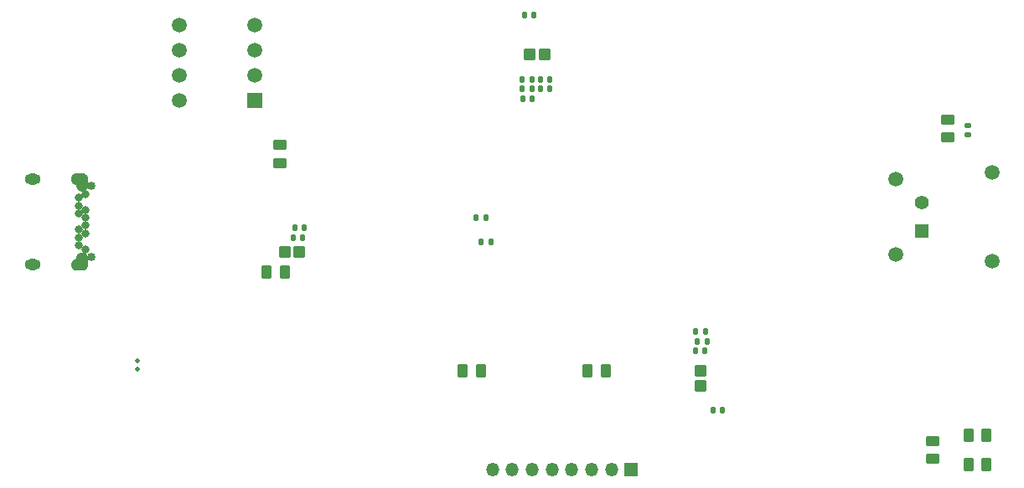
<source format=gbr>
%TF.GenerationSoftware,KiCad,Pcbnew,8.0.2*%
%TF.CreationDate,2025-01-31T23:59:10-08:00*%
%TF.ProjectId,design_revb_2chip,64657369-676e-45f7-9265-76625f326368,rev?*%
%TF.SameCoordinates,Original*%
%TF.FileFunction,Soldermask,Bot*%
%TF.FilePolarity,Negative*%
%FSLAX46Y46*%
G04 Gerber Fmt 4.6, Leading zero omitted, Abs format (unit mm)*
G04 Created by KiCad (PCBNEW 8.0.2) date 2025-01-31 23:59:10*
%MOMM*%
%LPD*%
G01*
G04 APERTURE LIST*
G04 Aperture macros list*
%AMRoundRect*
0 Rectangle with rounded corners*
0 $1 Rounding radius*
0 $2 $3 $4 $5 $6 $7 $8 $9 X,Y pos of 4 corners*
0 Add a 4 corners polygon primitive as box body*
4,1,4,$2,$3,$4,$5,$6,$7,$8,$9,$2,$3,0*
0 Add four circle primitives for the rounded corners*
1,1,$1+$1,$2,$3*
1,1,$1+$1,$4,$5*
1,1,$1+$1,$6,$7*
1,1,$1+$1,$8,$9*
0 Add four rect primitives between the rounded corners*
20,1,$1+$1,$2,$3,$4,$5,0*
20,1,$1+$1,$4,$5,$6,$7,0*
20,1,$1+$1,$6,$7,$8,$9,0*
20,1,$1+$1,$8,$9,$2,$3,0*%
G04 Aperture macros list end*
%ADD10C,0.010000*%
%ADD11RoundRect,0.140000X-0.140000X-0.170000X0.140000X-0.170000X0.140000X0.170000X-0.140000X0.170000X0*%
%ADD12RoundRect,0.140000X0.140000X0.170000X-0.140000X0.170000X-0.140000X-0.170000X0.140000X-0.170000X0*%
%ADD13C,0.499999*%
%ADD14C,0.850000*%
%ADD15C,0.804000*%
%ADD16O,1.604000X1.104000*%
%ADD17R,1.350000X1.350000*%
%ADD18O,1.350000X1.350000*%
%ADD19R,1.498600X1.498600*%
%ADD20C,1.498600*%
%ADD21RoundRect,0.102000X0.500000X0.485000X-0.500000X0.485000X-0.500000X-0.485000X0.500000X-0.485000X0*%
%ADD22RoundRect,0.250000X-0.262500X-0.450000X0.262500X-0.450000X0.262500X0.450000X-0.262500X0.450000X0*%
%ADD23RoundRect,0.250000X-0.450000X0.262500X-0.450000X-0.262500X0.450000X-0.262500X0.450000X0.262500X0*%
%ADD24RoundRect,0.250000X0.450000X-0.262500X0.450000X0.262500X-0.450000X0.262500X-0.450000X-0.262500X0*%
%ADD25RoundRect,0.140000X0.170000X-0.140000X0.170000X0.140000X-0.170000X0.140000X-0.170000X-0.140000X0*%
%ADD26RoundRect,0.102000X0.485000X-0.500000X0.485000X0.500000X-0.485000X0.500000X-0.485000X-0.500000X0*%
%ADD27RoundRect,0.250000X0.262500X0.450000X-0.262500X0.450000X-0.262500X-0.450000X0.262500X-0.450000X0*%
%ADD28R,1.400000X1.400000*%
%ADD29C,1.400000*%
%ADD30C,1.500000*%
G04 APERTURE END LIST*
D10*
%TO.C,J4*%
X159529000Y-69021000D02*
X159557000Y-69023000D01*
X159586000Y-69027000D01*
X159614000Y-69032000D01*
X159642000Y-69039000D01*
X159670000Y-69047000D01*
X159697000Y-69057000D01*
X159724000Y-69068000D01*
X159750000Y-69080000D01*
X159775000Y-69094000D01*
X159800000Y-69109000D01*
X159823000Y-69125000D01*
X159846000Y-69143000D01*
X159868000Y-69161000D01*
X159889000Y-69181000D01*
X159909000Y-69202000D01*
X159927000Y-69224000D01*
X159945000Y-69247000D01*
X159961000Y-69270000D01*
X159976000Y-69295000D01*
X159990000Y-69320000D01*
X160002000Y-69346000D01*
X160013000Y-69373000D01*
X160023000Y-69400000D01*
X160031000Y-69428000D01*
X160038000Y-69456000D01*
X160043000Y-69484000D01*
X160047000Y-69513000D01*
X160049000Y-69541000D01*
X160050000Y-69570000D01*
X160050000Y-70220000D01*
X160047000Y-70277000D01*
X160038000Y-70334000D01*
X160023000Y-70390000D01*
X160002000Y-70444000D01*
X159976000Y-70495000D01*
X159945000Y-70543000D01*
X159909000Y-70588000D01*
X159868000Y-70629000D01*
X159823000Y-70665000D01*
X159775000Y-70696000D01*
X159724000Y-70722000D01*
X159670000Y-70743000D01*
X159614000Y-70758000D01*
X159557000Y-70767000D01*
X159500000Y-70770000D01*
X159443000Y-70767000D01*
X159386000Y-70758000D01*
X159330000Y-70743000D01*
X159276000Y-70722000D01*
X159225000Y-70696000D01*
X159177000Y-70665000D01*
X159132000Y-70629000D01*
X159091000Y-70588000D01*
X159055000Y-70543000D01*
X159024000Y-70495000D01*
X158998000Y-70444000D01*
X158977000Y-70390000D01*
X158962000Y-70334000D01*
X158953000Y-70277000D01*
X158950000Y-70220000D01*
X158950000Y-70120000D01*
X158889000Y-70114000D01*
X158833000Y-70102000D01*
X158778000Y-70084000D01*
X158725000Y-70061000D01*
X158675000Y-70032000D01*
X158629000Y-69998000D01*
X158586000Y-69959000D01*
X158547000Y-69916000D01*
X158513000Y-69870000D01*
X158484000Y-69820000D01*
X158461000Y-69767000D01*
X158443000Y-69712000D01*
X158431000Y-69656000D01*
X158425000Y-69599000D01*
X158425000Y-69541000D01*
X158431000Y-69484000D01*
X158443000Y-69428000D01*
X158461000Y-69373000D01*
X158484000Y-69320000D01*
X158513000Y-69270000D01*
X158547000Y-69224000D01*
X158586000Y-69181000D01*
X158629000Y-69142000D01*
X158675000Y-69108000D01*
X158725000Y-69079000D01*
X158778000Y-69056000D01*
X158833000Y-69038000D01*
X158889000Y-69026000D01*
X158946000Y-69020000D01*
X159000000Y-69020000D01*
X159500000Y-69020000D01*
X159529000Y-69021000D01*
G36*
X159529000Y-69021000D02*
G01*
X159557000Y-69023000D01*
X159586000Y-69027000D01*
X159614000Y-69032000D01*
X159642000Y-69039000D01*
X159670000Y-69047000D01*
X159697000Y-69057000D01*
X159724000Y-69068000D01*
X159750000Y-69080000D01*
X159775000Y-69094000D01*
X159800000Y-69109000D01*
X159823000Y-69125000D01*
X159846000Y-69143000D01*
X159868000Y-69161000D01*
X159889000Y-69181000D01*
X159909000Y-69202000D01*
X159927000Y-69224000D01*
X159945000Y-69247000D01*
X159961000Y-69270000D01*
X159976000Y-69295000D01*
X159990000Y-69320000D01*
X160002000Y-69346000D01*
X160013000Y-69373000D01*
X160023000Y-69400000D01*
X160031000Y-69428000D01*
X160038000Y-69456000D01*
X160043000Y-69484000D01*
X160047000Y-69513000D01*
X160049000Y-69541000D01*
X160050000Y-69570000D01*
X160050000Y-70220000D01*
X160047000Y-70277000D01*
X160038000Y-70334000D01*
X160023000Y-70390000D01*
X160002000Y-70444000D01*
X159976000Y-70495000D01*
X159945000Y-70543000D01*
X159909000Y-70588000D01*
X159868000Y-70629000D01*
X159823000Y-70665000D01*
X159775000Y-70696000D01*
X159724000Y-70722000D01*
X159670000Y-70743000D01*
X159614000Y-70758000D01*
X159557000Y-70767000D01*
X159500000Y-70770000D01*
X159443000Y-70767000D01*
X159386000Y-70758000D01*
X159330000Y-70743000D01*
X159276000Y-70722000D01*
X159225000Y-70696000D01*
X159177000Y-70665000D01*
X159132000Y-70629000D01*
X159091000Y-70588000D01*
X159055000Y-70543000D01*
X159024000Y-70495000D01*
X158998000Y-70444000D01*
X158977000Y-70390000D01*
X158962000Y-70334000D01*
X158953000Y-70277000D01*
X158950000Y-70220000D01*
X158950000Y-70120000D01*
X158889000Y-70114000D01*
X158833000Y-70102000D01*
X158778000Y-70084000D01*
X158725000Y-70061000D01*
X158675000Y-70032000D01*
X158629000Y-69998000D01*
X158586000Y-69959000D01*
X158547000Y-69916000D01*
X158513000Y-69870000D01*
X158484000Y-69820000D01*
X158461000Y-69767000D01*
X158443000Y-69712000D01*
X158431000Y-69656000D01*
X158425000Y-69599000D01*
X158425000Y-69541000D01*
X158431000Y-69484000D01*
X158443000Y-69428000D01*
X158461000Y-69373000D01*
X158484000Y-69320000D01*
X158513000Y-69270000D01*
X158547000Y-69224000D01*
X158586000Y-69181000D01*
X158629000Y-69142000D01*
X158675000Y-69108000D01*
X158725000Y-69079000D01*
X158778000Y-69056000D01*
X158833000Y-69038000D01*
X158889000Y-69026000D01*
X158946000Y-69020000D01*
X159000000Y-69020000D01*
X159500000Y-69020000D01*
X159529000Y-69021000D01*
G37*
X159557000Y-77033000D02*
X159614000Y-77042000D01*
X159670000Y-77057000D01*
X159724000Y-77078000D01*
X159775000Y-77104000D01*
X159823000Y-77135000D01*
X159868000Y-77171000D01*
X159909000Y-77212000D01*
X159945000Y-77257000D01*
X159976000Y-77305000D01*
X160002000Y-77356000D01*
X160023000Y-77410000D01*
X160038000Y-77466000D01*
X160047000Y-77523000D01*
X160050000Y-77580000D01*
X160050000Y-78230000D01*
X160049000Y-78259000D01*
X160047000Y-78287000D01*
X160043000Y-78316000D01*
X160038000Y-78344000D01*
X160031000Y-78372000D01*
X160023000Y-78400000D01*
X160013000Y-78427000D01*
X160002000Y-78454000D01*
X159990000Y-78480000D01*
X159976000Y-78505000D01*
X159961000Y-78530000D01*
X159945000Y-78553000D01*
X159927000Y-78576000D01*
X159909000Y-78598000D01*
X159889000Y-78619000D01*
X159868000Y-78639000D01*
X159846000Y-78657000D01*
X159823000Y-78675000D01*
X159800000Y-78691000D01*
X159775000Y-78706000D01*
X159750000Y-78720000D01*
X159724000Y-78732000D01*
X159697000Y-78743000D01*
X159670000Y-78753000D01*
X159642000Y-78761000D01*
X159614000Y-78768000D01*
X159586000Y-78773000D01*
X159557000Y-78777000D01*
X159529000Y-78779000D01*
X159500000Y-78780000D01*
X159000000Y-78780000D01*
X158946000Y-78780000D01*
X158889000Y-78774000D01*
X158833000Y-78762000D01*
X158778000Y-78744000D01*
X158725000Y-78721000D01*
X158675000Y-78692000D01*
X158629000Y-78658000D01*
X158586000Y-78619000D01*
X158547000Y-78576000D01*
X158513000Y-78530000D01*
X158484000Y-78480000D01*
X158461000Y-78427000D01*
X158443000Y-78372000D01*
X158431000Y-78316000D01*
X158425000Y-78259000D01*
X158425000Y-78201000D01*
X158431000Y-78144000D01*
X158443000Y-78088000D01*
X158461000Y-78033000D01*
X158484000Y-77980000D01*
X158513000Y-77930000D01*
X158547000Y-77884000D01*
X158586000Y-77841000D01*
X158629000Y-77802000D01*
X158675000Y-77768000D01*
X158725000Y-77739000D01*
X158778000Y-77716000D01*
X158833000Y-77698000D01*
X158889000Y-77686000D01*
X158950000Y-77680000D01*
X158950000Y-77580000D01*
X158953000Y-77523000D01*
X158962000Y-77466000D01*
X158977000Y-77410000D01*
X158998000Y-77356000D01*
X159024000Y-77305000D01*
X159055000Y-77257000D01*
X159091000Y-77212000D01*
X159132000Y-77171000D01*
X159177000Y-77135000D01*
X159225000Y-77104000D01*
X159276000Y-77078000D01*
X159330000Y-77057000D01*
X159386000Y-77042000D01*
X159443000Y-77033000D01*
X159500000Y-77030000D01*
X159557000Y-77033000D01*
G36*
X159557000Y-77033000D02*
G01*
X159614000Y-77042000D01*
X159670000Y-77057000D01*
X159724000Y-77078000D01*
X159775000Y-77104000D01*
X159823000Y-77135000D01*
X159868000Y-77171000D01*
X159909000Y-77212000D01*
X159945000Y-77257000D01*
X159976000Y-77305000D01*
X160002000Y-77356000D01*
X160023000Y-77410000D01*
X160038000Y-77466000D01*
X160047000Y-77523000D01*
X160050000Y-77580000D01*
X160050000Y-78230000D01*
X160049000Y-78259000D01*
X160047000Y-78287000D01*
X160043000Y-78316000D01*
X160038000Y-78344000D01*
X160031000Y-78372000D01*
X160023000Y-78400000D01*
X160013000Y-78427000D01*
X160002000Y-78454000D01*
X159990000Y-78480000D01*
X159976000Y-78505000D01*
X159961000Y-78530000D01*
X159945000Y-78553000D01*
X159927000Y-78576000D01*
X159909000Y-78598000D01*
X159889000Y-78619000D01*
X159868000Y-78639000D01*
X159846000Y-78657000D01*
X159823000Y-78675000D01*
X159800000Y-78691000D01*
X159775000Y-78706000D01*
X159750000Y-78720000D01*
X159724000Y-78732000D01*
X159697000Y-78743000D01*
X159670000Y-78753000D01*
X159642000Y-78761000D01*
X159614000Y-78768000D01*
X159586000Y-78773000D01*
X159557000Y-78777000D01*
X159529000Y-78779000D01*
X159500000Y-78780000D01*
X159000000Y-78780000D01*
X158946000Y-78780000D01*
X158889000Y-78774000D01*
X158833000Y-78762000D01*
X158778000Y-78744000D01*
X158725000Y-78721000D01*
X158675000Y-78692000D01*
X158629000Y-78658000D01*
X158586000Y-78619000D01*
X158547000Y-78576000D01*
X158513000Y-78530000D01*
X158484000Y-78480000D01*
X158461000Y-78427000D01*
X158443000Y-78372000D01*
X158431000Y-78316000D01*
X158425000Y-78259000D01*
X158425000Y-78201000D01*
X158431000Y-78144000D01*
X158443000Y-78088000D01*
X158461000Y-78033000D01*
X158484000Y-77980000D01*
X158513000Y-77930000D01*
X158547000Y-77884000D01*
X158586000Y-77841000D01*
X158629000Y-77802000D01*
X158675000Y-77768000D01*
X158725000Y-77739000D01*
X158778000Y-77716000D01*
X158833000Y-77698000D01*
X158889000Y-77686000D01*
X158950000Y-77680000D01*
X158950000Y-77580000D01*
X158953000Y-77523000D01*
X158962000Y-77466000D01*
X158977000Y-77410000D01*
X158998000Y-77356000D01*
X159024000Y-77305000D01*
X159055000Y-77257000D01*
X159091000Y-77212000D01*
X159132000Y-77171000D01*
X159177000Y-77135000D01*
X159225000Y-77104000D01*
X159276000Y-77078000D01*
X159330000Y-77057000D01*
X159386000Y-77042000D01*
X159443000Y-77033000D01*
X159500000Y-77030000D01*
X159557000Y-77033000D01*
G37*
%TD*%
D11*
%TO.C,C45*%
X204040000Y-61500000D03*
X205000000Y-61500000D03*
%TD*%
D12*
%TO.C,C30*%
X205160000Y-53000000D03*
X204200000Y-53000000D03*
%TD*%
D11*
%TO.C,C32*%
X223245000Y-93000000D03*
X224205000Y-93000000D03*
%TD*%
D13*
%TO.C,U2*%
X165087500Y-88000000D03*
X165087500Y-88799998D03*
%TD*%
D14*
%TO.C,J4*%
X160500000Y-70300000D03*
X160500000Y-77500000D03*
D15*
X159850000Y-76700000D03*
X159150000Y-76300000D03*
X159150000Y-75500000D03*
X159850000Y-75100000D03*
X159150000Y-74700000D03*
X159850000Y-74300000D03*
X159850000Y-73500000D03*
X159150000Y-73100000D03*
X159850000Y-72700000D03*
X159150000Y-72300000D03*
X159150000Y-71500000D03*
X159850000Y-71100000D03*
D16*
X154500000Y-69570000D03*
X154500000Y-78230000D03*
%TD*%
D17*
%TO.C,J2*%
X215000000Y-99000000D03*
D18*
X213000000Y-99000000D03*
X211000000Y-99000000D03*
X209000000Y-99000000D03*
X207000000Y-99000000D03*
X205000000Y-99000000D03*
X203000000Y-99000000D03*
X201000000Y-99000000D03*
%TD*%
D19*
%TO.C,U3*%
X177000000Y-61620000D03*
D20*
X177000000Y-59080000D03*
X177000000Y-56540000D03*
X177000000Y-54000000D03*
X169380000Y-54000000D03*
X169380000Y-56540000D03*
X169380000Y-59080000D03*
X169380000Y-61620000D03*
%TD*%
D21*
%TO.C,FB1*%
X181500000Y-77000000D03*
X180030000Y-77000000D03*
%TD*%
%TO.C,FL2*%
X206235000Y-57000000D03*
X204765000Y-57000000D03*
%TD*%
D22*
%TO.C,R22*%
X249087500Y-95500000D03*
X250912500Y-95500000D03*
%TD*%
%TO.C,R1*%
X198000000Y-89000000D03*
X199825000Y-89000000D03*
%TD*%
D23*
%TO.C,R21*%
X245500000Y-96087500D03*
X245500000Y-97912500D03*
%TD*%
D24*
%TO.C,R7*%
X179500000Y-68000000D03*
X179500000Y-66175000D03*
%TD*%
D22*
%TO.C,R10*%
X178175000Y-79000000D03*
X180000000Y-79000000D03*
%TD*%
D11*
%TO.C,C35*%
X204020000Y-59500000D03*
X204980000Y-59500000D03*
%TD*%
D23*
%TO.C,R30*%
X247000000Y-63587500D03*
X247000000Y-65412500D03*
%TD*%
D25*
%TO.C,C50*%
X249000000Y-65135000D03*
X249000000Y-64175000D03*
%TD*%
D11*
%TO.C,C12*%
X199865000Y-76000000D03*
X200825000Y-76000000D03*
%TD*%
D12*
%TO.C,C11*%
X181800000Y-75500000D03*
X180840000Y-75500000D03*
%TD*%
D11*
%TO.C,C4*%
X199365000Y-73500000D03*
X200325000Y-73500000D03*
%TD*%
D26*
%TO.C,FL4*%
X222000000Y-90500000D03*
X222000000Y-89030000D03*
%TD*%
D11*
%TO.C,C40*%
X204020000Y-60500000D03*
X204980000Y-60500000D03*
%TD*%
D12*
%TO.C,C48*%
X222500000Y-85000000D03*
X221540000Y-85000000D03*
%TD*%
%TO.C,C43*%
X222660000Y-86000000D03*
X221700000Y-86000000D03*
%TD*%
D11*
%TO.C,C36*%
X205840000Y-59500000D03*
X206800000Y-59500000D03*
%TD*%
%TO.C,C44*%
X205840000Y-60500000D03*
X206800000Y-60500000D03*
%TD*%
D27*
%TO.C,R24*%
X250912500Y-98500000D03*
X249087500Y-98500000D03*
%TD*%
D12*
%TO.C,C9*%
X181960000Y-74500000D03*
X181000000Y-74500000D03*
%TD*%
D28*
%TO.C,J3*%
X244351048Y-74819040D03*
D29*
X244351048Y-72019040D03*
D30*
X241751048Y-69619040D03*
X241751048Y-77219040D03*
X251501048Y-68969040D03*
X251501048Y-77869040D03*
%TD*%
D27*
%TO.C,R20*%
X212412500Y-89000000D03*
X210587500Y-89000000D03*
%TD*%
D12*
%TO.C,C39*%
X222480000Y-87000000D03*
X221520000Y-87000000D03*
%TD*%
M02*

</source>
